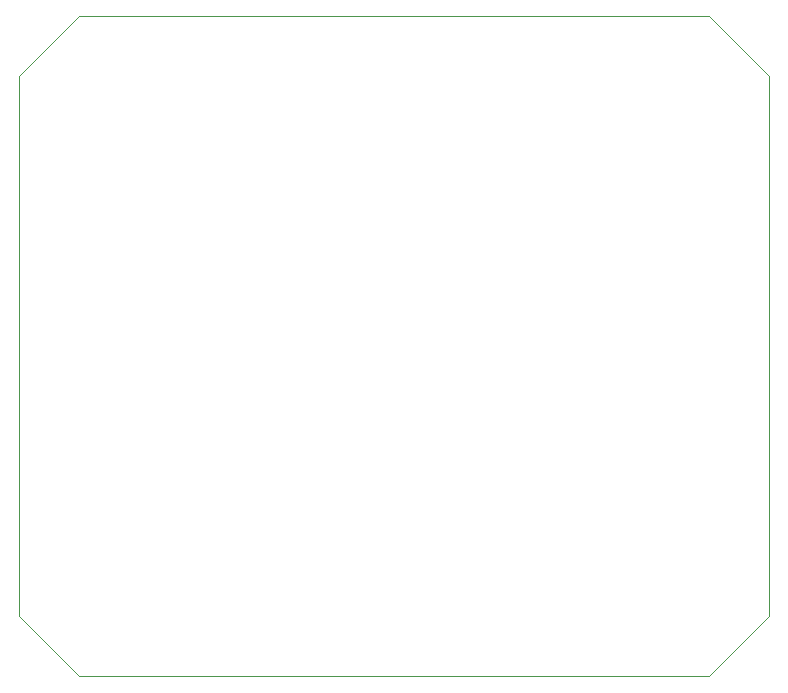
<source format=gbr>
G04 #@! TF.GenerationSoftware,KiCad,Pcbnew,(5.1.2)-2*
G04 #@! TF.CreationDate,2019-11-03T01:06:29-05:00*
G04 #@! TF.ProjectId,dak-window-servo-pcb,64616b2d-7769-46e6-946f-772d73657276,rev?*
G04 #@! TF.SameCoordinates,PX6a95280PY7445a00*
G04 #@! TF.FileFunction,Profile,NP*
%FSLAX46Y46*%
G04 Gerber Fmt 4.6, Leading zero omitted, Abs format (unit mm)*
G04 Created by KiCad (PCBNEW (5.1.2)-2) date 2019-11-03 01:06:29*
%MOMM*%
%LPD*%
G04 APERTURE LIST*
%ADD10C,0.050000*%
G04 APERTURE END LIST*
D10*
X5080000Y55880000D02*
X0Y50800000D01*
X7620000Y55880000D02*
X5080000Y55880000D01*
X58420000Y55880000D02*
X7620000Y55880000D01*
X63500000Y50800000D02*
X58420000Y55880000D01*
X0Y5080000D02*
X0Y50800000D01*
X5080000Y0D02*
X0Y5080000D01*
X63500000Y5080000D02*
X63500000Y50800000D01*
X58420000Y0D02*
X63500000Y5080000D01*
X5080000Y0D02*
X58420000Y0D01*
M02*

</source>
